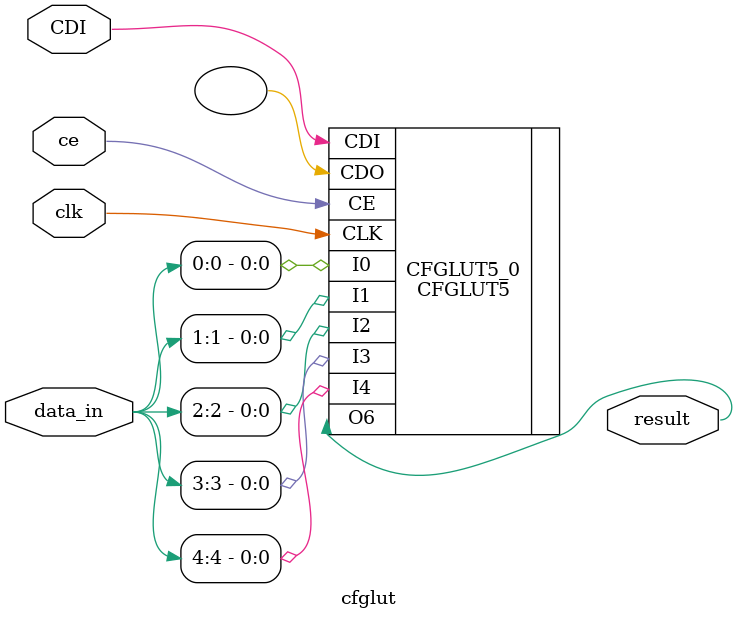
<source format=v>
`timescale 1ns / 1ps

module cfglut(
    input wire clk,
    input wire ce,
    input wire [4:0] data_in,
    input wire CDI,
    output wire result
    );
    
    CFGLUT5 #(
       .INIT(32'h80000000) // Specify initial LUT contents
    ) CFGLUT5_0 (
       .CDO(), // Reconfiguration cascade output
//       .O5(result),   // 4-LUT output
       .O6(result),   // 5-LUT output
       .CDI(CDI), // Reconfiguration data input
       .CE(ce),   // Reconfiguration enable input
       .CLK(clk), // Clock input
       .I0(data_in[0]),   // Logic data input
       .I1(data_in[1]),   // Logic data input
       .I2(data_in[2]),   // Logic data input
       .I3(data_in[3]),   // Logic data input
       .I4(data_in[4])    // Logic data input
    );

endmodule

</source>
